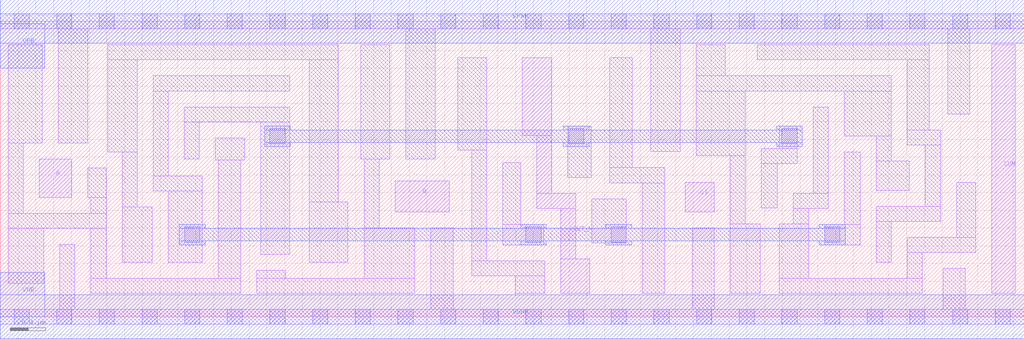
<source format=lef>
# Copyright 2020 The SkyWater PDK Authors
#
# Licensed under the Apache License, Version 2.0 (the "License");
# you may not use this file except in compliance with the License.
# You may obtain a copy of the License at
#
#     https://www.apache.org/licenses/LICENSE-2.0
#
# Unless required by applicable law or agreed to in writing, software
# distributed under the License is distributed on an "AS IS" BASIS,
# WITHOUT WARRANTIES OR CONDITIONS OF ANY KIND, either express or implied.
# See the License for the specific language governing permissions and
# limitations under the License.
#
# SPDX-License-Identifier: Apache-2.0

VERSION 5.5 ;
NAMESCASESENSITIVE ON ;
BUSBITCHARS "[]" ;
DIVIDERCHAR "/" ;
MACRO sky130_fd_sc_lp__fahcon_1
  CLASS CORE ;
  SOURCE USER ;
  ORIGIN  0.000000  0.000000 ;
  SIZE  11.52000 BY  3.330000 ;
  SYMMETRY X Y R90 ;
  SITE unit ;
  PIN A
    ANTENNAGATEAREA  0.315000 ;
    DIRECTION INPUT ;
    USE SIGNAL ;
    PORT
      LAYER li1 ;
        RECT 0.440000 1.345000 0.805000 1.780000 ;
    END
  END A
  PIN B
    ANTENNAGATEAREA  1.005000 ;
    DIRECTION INPUT ;
    USE SIGNAL ;
    PORT
      LAYER li1 ;
        RECT 4.445000 1.180000 5.050000 1.530000 ;
    END
  END B
  PIN CI
    ANTENNAGATEAREA  0.561000 ;
    DIRECTION INPUT ;
    USE SIGNAL ;
    PORT
      LAYER li1 ;
        RECT 7.705000 1.180000 8.035000 1.515000 ;
    END
  END CI
  PIN COUT_N
    ANTENNADIFFAREA  1.035600 ;
    DIRECTION OUTPUT ;
    USE SIGNAL ;
    PORT
      LAYER li1 ;
        RECT 5.875000 2.040000 6.205000 2.920000 ;
        RECT 6.035000 1.220000 6.475000 1.390000 ;
        RECT 6.035000 1.390000 6.205000 2.040000 ;
        RECT 6.305000 0.265000 6.635000 0.650000 ;
        RECT 6.305000 0.650000 6.475000 1.220000 ;
    END
  END COUT_N
  PIN SUM
    ANTENNADIFFAREA  0.579600 ;
    DIRECTION OUTPUT ;
    USE SIGNAL ;
    PORT
      LAYER li1 ;
        RECT 11.155000 0.265000 11.420000 3.065000 ;
    END
  END SUM
  PIN VGND
    DIRECTION INOUT ;
    USE GROUND ;
    PORT
      LAYER met1 ;
        RECT 0.000000 -0.245000 11.520000 0.245000 ;
    END
  END VGND
  PIN VNB
    DIRECTION INOUT ;
    USE GROUND ;
    PORT
      LAYER met1 ;
        RECT 0.000000 0.000000 0.500000 0.500000 ;
    END
  END VNB
  PIN VPB
    DIRECTION INOUT ;
    USE POWER ;
    PORT
      LAYER met1 ;
        RECT 0.000000 2.800000 0.500000 3.300000 ;
    END
  END VPB
  PIN VPWR
    DIRECTION INOUT ;
    USE POWER ;
    PORT
      LAYER met1 ;
        RECT 0.000000 3.085000 11.520000 3.575000 ;
    END
  END VPWR
  OBS
    LAYER li1 ;
      RECT  0.000000 -0.085000 11.520000 0.085000 ;
      RECT  0.000000  3.245000 11.520000 3.415000 ;
      RECT  0.090000  0.375000  0.490000 0.995000 ;
      RECT  0.090000  0.995000  1.190000 1.165000 ;
      RECT  0.090000  1.165000  0.260000 1.960000 ;
      RECT  0.090000  1.960000  0.475000 3.065000 ;
      RECT  0.655000  1.960000  0.985000 3.245000 ;
      RECT  0.670000  0.085000  0.840000 0.815000 ;
      RECT  0.985000  1.345000  1.190000 1.675000 ;
      RECT  1.020000  0.265000  2.705000 0.435000 ;
      RECT  1.020000  0.435000  1.190000 0.995000 ;
      RECT  1.020000  1.165000  1.190000 1.345000 ;
      RECT  1.210000  1.855000  1.540000 2.895000 ;
      RECT  1.210000  2.895000  3.805000 3.065000 ;
      RECT  1.370000  0.615000  1.710000 1.235000 ;
      RECT  1.370000  1.235000  1.540000 1.855000 ;
      RECT  1.720000  1.415000  2.275000 1.585000 ;
      RECT  1.720000  1.585000  1.890000 2.545000 ;
      RECT  1.720000  2.545000  3.260000 2.715000 ;
      RECT  1.890000  0.615000  2.275000 1.415000 ;
      RECT  2.070000  1.775000  2.240000 2.195000 ;
      RECT  2.070000  2.195000  3.260000 2.365000 ;
      RECT  2.420000  1.765000  2.750000 2.015000 ;
      RECT  2.455000  0.435000  2.705000 1.765000 ;
      RECT  2.885000  0.265000  4.665000 0.435000 ;
      RECT  2.885000  0.435000  3.215000 0.525000 ;
      RECT  2.930000  0.705000  3.260000 2.195000 ;
      RECT  3.475000  0.615000  3.910000 1.295000 ;
      RECT  3.475000  1.295000  3.805000 2.895000 ;
      RECT  4.055000  1.775000  4.385000 3.065000 ;
      RECT  4.095000  0.435000  4.665000 1.000000 ;
      RECT  4.095000  1.000000  4.265000 1.775000 ;
      RECT  4.565000  1.775000  4.895000 3.245000 ;
      RECT  4.845000  0.085000  5.095000 1.000000 ;
      RECT  5.145000  1.880000  5.475000 2.920000 ;
      RECT  5.305000  0.460000  6.125000 0.630000 ;
      RECT  5.305000  0.630000  5.475000 1.880000 ;
      RECT  5.655000  0.810000  6.115000 1.040000 ;
      RECT  5.655000  1.040000  5.855000 1.740000 ;
      RECT  5.795000  0.265000  6.125000 0.460000 ;
      RECT  6.385000  1.570000  6.650000 2.150000 ;
      RECT  6.655000  0.830000  7.045000 1.330000 ;
      RECT  6.860000  1.510000  7.475000 1.680000 ;
      RECT  6.860000  1.680000  7.110000 2.920000 ;
      RECT  7.225000  0.265000  7.475000 1.510000 ;
      RECT  7.320000  1.860000  7.650000 3.245000 ;
      RECT  7.785000  0.085000  8.035000 1.000000 ;
      RECT  7.830000  1.815000  8.385000 2.545000 ;
      RECT  7.830000  2.545000 10.025000 2.715000 ;
      RECT  7.830000  2.715000  8.160000 3.065000 ;
      RECT  8.215000  0.265000  8.550000 1.045000 ;
      RECT  8.215000  1.045000  8.385000 1.815000 ;
      RECT  8.520000  2.895000 10.455000 3.065000 ;
      RECT  8.565000  1.225000  8.745000 1.725000 ;
      RECT  8.565000  1.725000  8.965000 1.895000 ;
      RECT  8.765000  0.265000 10.375000 0.435000 ;
      RECT  8.765000  0.435000  9.095000 1.045000 ;
      RECT  8.765000  1.895000  8.965000 2.150000 ;
      RECT  8.925000  1.045000  9.095000 1.220000 ;
      RECT  8.925000  1.220000  9.315000 1.390000 ;
      RECT  9.145000  1.390000  9.315000 2.365000 ;
      RECT  9.275000  0.810000  9.675000 1.040000 ;
      RECT  9.495000  1.040000  9.675000 1.855000 ;
      RECT  9.495000  2.035000 10.025000 2.545000 ;
      RECT  9.855000  0.615000 10.025000 1.075000 ;
      RECT  9.855000  1.075000 10.580000 1.245000 ;
      RECT  9.855000  1.425000 10.230000 1.755000 ;
      RECT  9.855000  1.755000 10.025000 2.035000 ;
      RECT 10.205000  0.435000 10.375000 0.725000 ;
      RECT 10.205000  0.725000 10.975000 0.895000 ;
      RECT 10.205000  1.935000 10.580000 2.105000 ;
      RECT 10.205000  2.105000 10.455000 2.895000 ;
      RECT 10.410000  1.245000 10.580000 1.935000 ;
      RECT 10.610000  0.085000 10.860000 0.545000 ;
      RECT 10.660000  2.285000 10.910000 3.245000 ;
      RECT 10.760000  0.895000 10.975000 1.515000 ;
    LAYER mcon ;
      RECT  0.155000 -0.085000  0.325000 0.085000 ;
      RECT  0.155000  3.245000  0.325000 3.415000 ;
      RECT  0.635000 -0.085000  0.805000 0.085000 ;
      RECT  0.635000  3.245000  0.805000 3.415000 ;
      RECT  1.115000 -0.085000  1.285000 0.085000 ;
      RECT  1.115000  3.245000  1.285000 3.415000 ;
      RECT  1.595000 -0.085000  1.765000 0.085000 ;
      RECT  1.595000  3.245000  1.765000 3.415000 ;
      RECT  2.075000 -0.085000  2.245000 0.085000 ;
      RECT  2.075000  0.840000  2.245000 1.010000 ;
      RECT  2.075000  3.245000  2.245000 3.415000 ;
      RECT  2.555000 -0.085000  2.725000 0.085000 ;
      RECT  2.555000  3.245000  2.725000 3.415000 ;
      RECT  3.035000 -0.085000  3.205000 0.085000 ;
      RECT  3.035000  1.950000  3.205000 2.120000 ;
      RECT  3.035000  3.245000  3.205000 3.415000 ;
      RECT  3.515000 -0.085000  3.685000 0.085000 ;
      RECT  3.515000  3.245000  3.685000 3.415000 ;
      RECT  3.995000 -0.085000  4.165000 0.085000 ;
      RECT  3.995000  3.245000  4.165000 3.415000 ;
      RECT  4.475000 -0.085000  4.645000 0.085000 ;
      RECT  4.475000  3.245000  4.645000 3.415000 ;
      RECT  4.955000 -0.085000  5.125000 0.085000 ;
      RECT  4.955000  3.245000  5.125000 3.415000 ;
      RECT  5.435000 -0.085000  5.605000 0.085000 ;
      RECT  5.435000  3.245000  5.605000 3.415000 ;
      RECT  5.915000 -0.085000  6.085000 0.085000 ;
      RECT  5.915000  0.840000  6.085000 1.010000 ;
      RECT  5.915000  3.245000  6.085000 3.415000 ;
      RECT  6.395000 -0.085000  6.565000 0.085000 ;
      RECT  6.395000  1.950000  6.565000 2.120000 ;
      RECT  6.395000  3.245000  6.565000 3.415000 ;
      RECT  6.875000 -0.085000  7.045000 0.085000 ;
      RECT  6.875000  0.840000  7.045000 1.010000 ;
      RECT  6.875000  3.245000  7.045000 3.415000 ;
      RECT  7.355000 -0.085000  7.525000 0.085000 ;
      RECT  7.355000  3.245000  7.525000 3.415000 ;
      RECT  7.835000 -0.085000  8.005000 0.085000 ;
      RECT  7.835000  3.245000  8.005000 3.415000 ;
      RECT  8.315000 -0.085000  8.485000 0.085000 ;
      RECT  8.315000  3.245000  8.485000 3.415000 ;
      RECT  8.795000 -0.085000  8.965000 0.085000 ;
      RECT  8.795000  1.950000  8.965000 2.120000 ;
      RECT  8.795000  3.245000  8.965000 3.415000 ;
      RECT  9.275000 -0.085000  9.445000 0.085000 ;
      RECT  9.275000  0.840000  9.445000 1.010000 ;
      RECT  9.275000  3.245000  9.445000 3.415000 ;
      RECT  9.755000 -0.085000  9.925000 0.085000 ;
      RECT  9.755000  3.245000  9.925000 3.415000 ;
      RECT 10.235000 -0.085000 10.405000 0.085000 ;
      RECT 10.235000  3.245000 10.405000 3.415000 ;
      RECT 10.715000 -0.085000 10.885000 0.085000 ;
      RECT 10.715000  3.245000 10.885000 3.415000 ;
      RECT 11.195000 -0.085000 11.365000 0.085000 ;
      RECT 11.195000  3.245000 11.365000 3.415000 ;
    LAYER met1 ;
      RECT 2.015000 0.810000 2.305000 0.855000 ;
      RECT 2.015000 0.855000 9.505000 0.995000 ;
      RECT 2.015000 0.995000 2.305000 1.040000 ;
      RECT 2.975000 1.920000 3.265000 1.965000 ;
      RECT 2.975000 1.965000 9.025000 2.105000 ;
      RECT 2.975000 2.105000 3.265000 2.150000 ;
      RECT 5.855000 0.810000 6.145000 0.855000 ;
      RECT 5.855000 0.995000 6.145000 1.040000 ;
      RECT 6.335000 1.920000 6.625000 1.965000 ;
      RECT 6.335000 2.105000 6.625000 2.150000 ;
      RECT 6.815000 0.810000 7.105000 0.855000 ;
      RECT 6.815000 0.995000 7.105000 1.040000 ;
      RECT 8.735000 1.920000 9.025000 1.965000 ;
      RECT 8.735000 2.105000 9.025000 2.150000 ;
      RECT 9.215000 0.810000 9.505000 0.855000 ;
      RECT 9.215000 0.995000 9.505000 1.040000 ;
  END
END sky130_fd_sc_lp__fahcon_1
END LIBRARY

</source>
